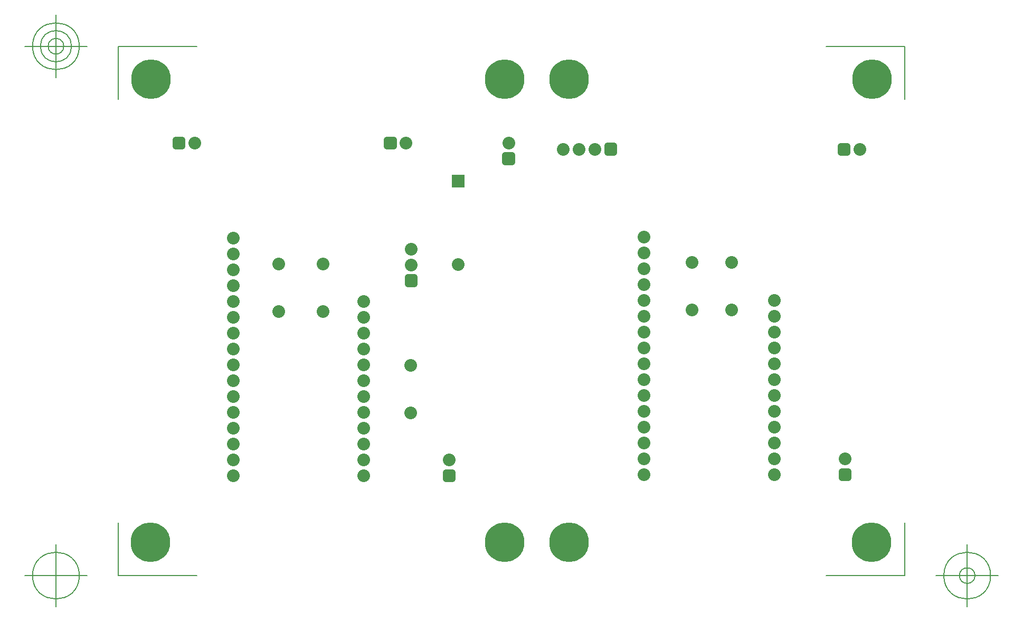
<source format=gbr>
G04 Generated by Ultiboard 13.0 *
%FSLAX25Y25*%
%MOIN*%

%ADD10C,0.00001*%
%ADD11C,0.00500*%
%ADD12C,0.25000*%
%ADD13C,0.08000*%
%ADD14R,0.04083X0.04083*%
%ADD15C,0.03917*%
%ADD16R,0.08000X0.08000*%


G04 ColorRGB FF00CC for the following layer *
%LNSolder Mask Top*%
%LPD*%
G54D10*
G54D11*
X-2600Y41800D02*
X-2600Y75220D01*
X-2600Y41800D02*
X47070Y41800D01*
X494100Y41800D02*
X444430Y41800D01*
X494100Y41800D02*
X494100Y75220D01*
X494100Y376000D02*
X494100Y342580D01*
X494100Y376000D02*
X444430Y376000D01*
X-2600Y376000D02*
X47070Y376000D01*
X-2600Y376000D02*
X-2600Y342580D01*
X-22285Y41800D02*
X-61655Y41800D01*
X-41970Y22115D02*
X-41970Y61485D01*
X-56734Y41800D02*
G75*
D01*
G02X-56734Y41800I14764J0*
G01*
X513785Y41800D02*
X553155Y41800D01*
X533470Y22115D02*
X533470Y61485D01*
X518706Y41800D02*
G75*
D01*
G02X518706Y41800I14764J0*
G01*
X528549Y41800D02*
G75*
D01*
G02X528549Y41800I4921J0*
G01*
X-22285Y376000D02*
X-61655Y376000D01*
X-41970Y356315D02*
X-41970Y395685D01*
X-56734Y376000D02*
G75*
D01*
G02X-56734Y376000I14764J0*
G01*
X-51813Y376000D02*
G75*
D01*
G02X-51813Y376000I9843J0*
G01*
X-46891Y376000D02*
G75*
D01*
G02X-46891Y376000I4921J0*
G01*
G54D12*
X241400Y62700D03*
X282200Y62900D03*
X17800Y62800D03*
X473200Y62900D03*
X17900Y355200D03*
X241400Y355200D03*
X282200Y355200D03*
X473300Y355200D03*
G54D13*
X152450Y214900D03*
X69950Y104900D03*
X152450Y104900D03*
X69950Y114900D03*
X152450Y114900D03*
X69950Y124900D03*
X152450Y124900D03*
X69950Y134900D03*
X152450Y134900D03*
X69950Y144900D03*
X152450Y144900D03*
X69950Y154900D03*
X152450Y154900D03*
X69950Y164900D03*
X152450Y164900D03*
X69950Y174900D03*
X152450Y174900D03*
X69950Y184900D03*
X152450Y184900D03*
X69950Y194900D03*
X152450Y194900D03*
X69950Y204900D03*
X152450Y204900D03*
X69950Y214900D03*
X69950Y224900D03*
X69950Y234900D03*
X69950Y244900D03*
X69950Y254900D03*
X98700Y238500D03*
X98700Y208500D03*
X126800Y238600D03*
X126800Y208600D03*
X329250Y105600D03*
X411750Y105600D03*
X329250Y115600D03*
X411750Y115600D03*
X329250Y125600D03*
X411750Y125600D03*
X329250Y135600D03*
X411750Y135600D03*
X329250Y145600D03*
X411750Y145600D03*
X329250Y155600D03*
X411750Y155600D03*
X329250Y165600D03*
X411750Y165600D03*
X329250Y175600D03*
X411750Y175600D03*
X329250Y185600D03*
X411750Y185600D03*
X329250Y195600D03*
X411750Y195600D03*
X329250Y205600D03*
X411750Y205600D03*
X329250Y215600D03*
X411750Y215600D03*
X329250Y225600D03*
X329250Y235600D03*
X329250Y245600D03*
X329250Y255600D03*
X359600Y239400D03*
X359600Y209400D03*
X384600Y239600D03*
X384600Y209600D03*
X206500Y114900D03*
X456500Y115600D03*
X182200Y144400D03*
X182200Y174400D03*
X182400Y238000D03*
X182400Y248000D03*
X211900Y238244D03*
X288373Y311000D03*
X298373Y311000D03*
X278373Y311000D03*
X465700Y310900D03*
X45800Y314800D03*
X179200Y314800D03*
X243900Y315000D03*
G54D14*
X206500Y104900D03*
X456500Y105600D03*
X182400Y228000D03*
X308373Y311000D03*
X455700Y310900D03*
X35800Y314800D03*
X169200Y314800D03*
X243900Y305000D03*
G54D15*
X204459Y102859D02*
X208541Y102859D01*
X208541Y106941D01*
X204459Y106941D01*
X204459Y102859D01*D02*
X454459Y103559D02*
X458541Y103559D01*
X458541Y107641D01*
X454459Y107641D01*
X454459Y103559D01*D02*
X180359Y225959D02*
X184441Y225959D01*
X184441Y230041D01*
X180359Y230041D01*
X180359Y225959D01*D02*
X306332Y308959D02*
X310414Y308959D01*
X310414Y313041D01*
X306332Y313041D01*
X306332Y308959D01*D02*
X453659Y308859D02*
X457741Y308859D01*
X457741Y312941D01*
X453659Y312941D01*
X453659Y308859D01*D02*
X33759Y312759D02*
X37841Y312759D01*
X37841Y316841D01*
X33759Y316841D01*
X33759Y312759D01*D02*
X167159Y312759D02*
X171241Y312759D01*
X171241Y316841D01*
X167159Y316841D01*
X167159Y312759D01*D02*
X241859Y302959D02*
X245941Y302959D01*
X245941Y307041D01*
X241859Y307041D01*
X241859Y302959D01*D02*
G54D16*
X211900Y291000D03*

M02*

</source>
